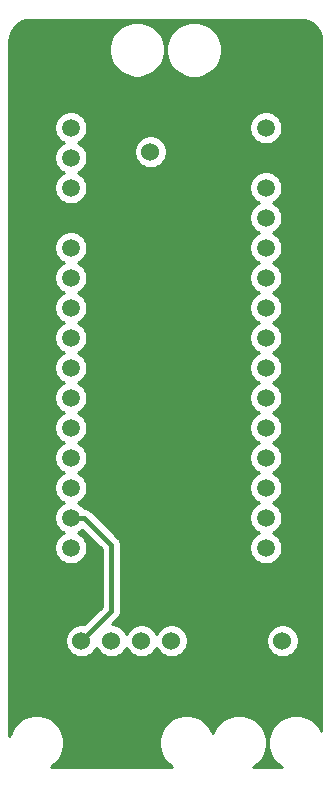
<source format=gbr>
G04 #@! TF.GenerationSoftware,KiCad,Pcbnew,(5.1.2)-1*
G04 #@! TF.CreationDate,2020-03-02T19:29:20-06:00*
G04 #@! TF.ProjectId,NanoBreakoutBoard_Rev1_2020,4e616e6f-4272-4656-916b-6f7574426f61,rev?*
G04 #@! TF.SameCoordinates,Original*
G04 #@! TF.FileFunction,Copper,L2,Bot*
G04 #@! TF.FilePolarity,Positive*
%FSLAX46Y46*%
G04 Gerber Fmt 4.6, Leading zero omitted, Abs format (unit mm)*
G04 Created by KiCad (PCBNEW (5.1.2)-1) date 2020-03-02 19:29:20*
%MOMM*%
%LPD*%
G04 APERTURE LIST*
%ADD10C,1.524000*%
%ADD11C,1.520000*%
%ADD12C,0.381000*%
%ADD13C,0.254000*%
G04 APERTURE END LIST*
D10*
X157480000Y-93218000D03*
X154940000Y-93218000D03*
X163576000Y-134620000D03*
X166116000Y-134620000D03*
D11*
X164719000Y-126746000D03*
X164719000Y-124206000D03*
X164719000Y-121666000D03*
X164719000Y-119126000D03*
X164719000Y-116586000D03*
X164719000Y-114046000D03*
X164719000Y-111506000D03*
X164719000Y-108966000D03*
X164719000Y-106426000D03*
X164719000Y-103886000D03*
X164719000Y-101346000D03*
X164719000Y-98806000D03*
X164719000Y-96266000D03*
X164719000Y-93726000D03*
X164719000Y-91186000D03*
X148209000Y-93726000D03*
X148209000Y-126746000D03*
X148209000Y-108966000D03*
X148209000Y-103886000D03*
X148209000Y-106426000D03*
X148209000Y-111506000D03*
X148209000Y-114046000D03*
X148209000Y-98806000D03*
X148209000Y-124206000D03*
X148209000Y-91186000D03*
X148209000Y-119126000D03*
X148209000Y-121666000D03*
X148209000Y-101346000D03*
X148209000Y-96266000D03*
X148209000Y-116586000D03*
D10*
X146558000Y-134620000D03*
X149098000Y-134620000D03*
X151638000Y-134620000D03*
X154178000Y-134620000D03*
X156718000Y-134620000D03*
D12*
X148209000Y-124206000D02*
X149352000Y-124206000D01*
X149352000Y-124206000D02*
X151638000Y-126492000D01*
X151638000Y-132080000D02*
X149098000Y-134620000D01*
X151638000Y-126492000D02*
X151638000Y-132080000D01*
D13*
G36*
X167984635Y-82079446D02*
G01*
X168316153Y-82179536D01*
X168621909Y-82342110D01*
X168890265Y-82560976D01*
X169110999Y-82827798D01*
X169275704Y-83132413D01*
X169378105Y-83463217D01*
X169418000Y-83842796D01*
X169418001Y-142300484D01*
X169352405Y-142142121D01*
X169094132Y-141755588D01*
X168765412Y-141426868D01*
X168378879Y-141168595D01*
X167949387Y-140990694D01*
X167493440Y-140900000D01*
X167028560Y-140900000D01*
X166572613Y-140990694D01*
X166143121Y-141168595D01*
X165756588Y-141426868D01*
X165427868Y-141755588D01*
X165169595Y-142142121D01*
X164991694Y-142571613D01*
X164901000Y-143027560D01*
X164901000Y-143492440D01*
X164991694Y-143948387D01*
X165169595Y-144377879D01*
X165427868Y-144764412D01*
X165756588Y-145093132D01*
X166048229Y-145288000D01*
X163639785Y-145288000D01*
X163937412Y-145089132D01*
X164266132Y-144760412D01*
X164524405Y-144373879D01*
X164702306Y-143944387D01*
X164793000Y-143488440D01*
X164793000Y-143023560D01*
X164702306Y-142567613D01*
X164524405Y-142138121D01*
X164266132Y-141751588D01*
X163937412Y-141422868D01*
X163550879Y-141164595D01*
X163121387Y-140986694D01*
X162665440Y-140896000D01*
X162200560Y-140896000D01*
X161744613Y-140986694D01*
X161315121Y-141164595D01*
X160928588Y-141422868D01*
X160599868Y-141751588D01*
X160341595Y-142138121D01*
X160210500Y-142454613D01*
X160079405Y-142138121D01*
X159821132Y-141751588D01*
X159492412Y-141422868D01*
X159105879Y-141164595D01*
X158676387Y-140986694D01*
X158220440Y-140896000D01*
X157755560Y-140896000D01*
X157299613Y-140986694D01*
X156870121Y-141164595D01*
X156483588Y-141422868D01*
X156154868Y-141751588D01*
X155896595Y-142138121D01*
X155718694Y-142567613D01*
X155628000Y-143023560D01*
X155628000Y-143488440D01*
X155718694Y-143944387D01*
X155896595Y-144373879D01*
X156154868Y-144760412D01*
X156483588Y-145089132D01*
X156781215Y-145288000D01*
X146494785Y-145288000D01*
X146792412Y-145089132D01*
X147121132Y-144760412D01*
X147379405Y-144373879D01*
X147557306Y-143944387D01*
X147648000Y-143488440D01*
X147648000Y-143023560D01*
X147557306Y-142567613D01*
X147379405Y-142138121D01*
X147121132Y-141751588D01*
X146792412Y-141422868D01*
X146405879Y-141164595D01*
X145976387Y-140986694D01*
X145520440Y-140896000D01*
X145055560Y-140896000D01*
X144599613Y-140986694D01*
X144170121Y-141164595D01*
X143783588Y-141422868D01*
X143454868Y-141751588D01*
X143196595Y-142138121D01*
X143018694Y-142567613D01*
X143002000Y-142651539D01*
X143002000Y-101208604D01*
X146814000Y-101208604D01*
X146814000Y-101483396D01*
X146867609Y-101752907D01*
X146972767Y-102006780D01*
X147125433Y-102235261D01*
X147319739Y-102429567D01*
X147548220Y-102582233D01*
X147629740Y-102616000D01*
X147548220Y-102649767D01*
X147319739Y-102802433D01*
X147125433Y-102996739D01*
X146972767Y-103225220D01*
X146867609Y-103479093D01*
X146814000Y-103748604D01*
X146814000Y-104023396D01*
X146867609Y-104292907D01*
X146972767Y-104546780D01*
X147125433Y-104775261D01*
X147319739Y-104969567D01*
X147548220Y-105122233D01*
X147629740Y-105156000D01*
X147548220Y-105189767D01*
X147319739Y-105342433D01*
X147125433Y-105536739D01*
X146972767Y-105765220D01*
X146867609Y-106019093D01*
X146814000Y-106288604D01*
X146814000Y-106563396D01*
X146867609Y-106832907D01*
X146972767Y-107086780D01*
X147125433Y-107315261D01*
X147319739Y-107509567D01*
X147548220Y-107662233D01*
X147629740Y-107696000D01*
X147548220Y-107729767D01*
X147319739Y-107882433D01*
X147125433Y-108076739D01*
X146972767Y-108305220D01*
X146867609Y-108559093D01*
X146814000Y-108828604D01*
X146814000Y-109103396D01*
X146867609Y-109372907D01*
X146972767Y-109626780D01*
X147125433Y-109855261D01*
X147319739Y-110049567D01*
X147548220Y-110202233D01*
X147629740Y-110236000D01*
X147548220Y-110269767D01*
X147319739Y-110422433D01*
X147125433Y-110616739D01*
X146972767Y-110845220D01*
X146867609Y-111099093D01*
X146814000Y-111368604D01*
X146814000Y-111643396D01*
X146867609Y-111912907D01*
X146972767Y-112166780D01*
X147125433Y-112395261D01*
X147319739Y-112589567D01*
X147548220Y-112742233D01*
X147629740Y-112776000D01*
X147548220Y-112809767D01*
X147319739Y-112962433D01*
X147125433Y-113156739D01*
X146972767Y-113385220D01*
X146867609Y-113639093D01*
X146814000Y-113908604D01*
X146814000Y-114183396D01*
X146867609Y-114452907D01*
X146972767Y-114706780D01*
X147125433Y-114935261D01*
X147319739Y-115129567D01*
X147548220Y-115282233D01*
X147629740Y-115316000D01*
X147548220Y-115349767D01*
X147319739Y-115502433D01*
X147125433Y-115696739D01*
X146972767Y-115925220D01*
X146867609Y-116179093D01*
X146814000Y-116448604D01*
X146814000Y-116723396D01*
X146867609Y-116992907D01*
X146972767Y-117246780D01*
X147125433Y-117475261D01*
X147319739Y-117669567D01*
X147548220Y-117822233D01*
X147629740Y-117856000D01*
X147548220Y-117889767D01*
X147319739Y-118042433D01*
X147125433Y-118236739D01*
X146972767Y-118465220D01*
X146867609Y-118719093D01*
X146814000Y-118988604D01*
X146814000Y-119263396D01*
X146867609Y-119532907D01*
X146972767Y-119786780D01*
X147125433Y-120015261D01*
X147319739Y-120209567D01*
X147548220Y-120362233D01*
X147629740Y-120396000D01*
X147548220Y-120429767D01*
X147319739Y-120582433D01*
X147125433Y-120776739D01*
X146972767Y-121005220D01*
X146867609Y-121259093D01*
X146814000Y-121528604D01*
X146814000Y-121803396D01*
X146867609Y-122072907D01*
X146972767Y-122326780D01*
X147125433Y-122555261D01*
X147319739Y-122749567D01*
X147548220Y-122902233D01*
X147629740Y-122936000D01*
X147548220Y-122969767D01*
X147319739Y-123122433D01*
X147125433Y-123316739D01*
X146972767Y-123545220D01*
X146867609Y-123799093D01*
X146814000Y-124068604D01*
X146814000Y-124343396D01*
X146867609Y-124612907D01*
X146972767Y-124866780D01*
X147125433Y-125095261D01*
X147319739Y-125289567D01*
X147548220Y-125442233D01*
X147629740Y-125476000D01*
X147548220Y-125509767D01*
X147319739Y-125662433D01*
X147125433Y-125856739D01*
X146972767Y-126085220D01*
X146867609Y-126339093D01*
X146814000Y-126608604D01*
X146814000Y-126883396D01*
X146867609Y-127152907D01*
X146972767Y-127406780D01*
X147125433Y-127635261D01*
X147319739Y-127829567D01*
X147548220Y-127982233D01*
X147802093Y-128087391D01*
X148071604Y-128141000D01*
X148346396Y-128141000D01*
X148615907Y-128087391D01*
X148869780Y-127982233D01*
X149098261Y-127829567D01*
X149292567Y-127635261D01*
X149445233Y-127406780D01*
X149550391Y-127152907D01*
X149604000Y-126883396D01*
X149604000Y-126608604D01*
X149550391Y-126339093D01*
X149445233Y-126085220D01*
X149292567Y-125856739D01*
X149098261Y-125662433D01*
X148869780Y-125509767D01*
X148788260Y-125476000D01*
X148869780Y-125442233D01*
X149098261Y-125289567D01*
X149183198Y-125204630D01*
X150812500Y-126833933D01*
X150812501Y-131738066D01*
X149312308Y-133238260D01*
X149235592Y-133223000D01*
X148960408Y-133223000D01*
X148690510Y-133276686D01*
X148436273Y-133381995D01*
X148207465Y-133534880D01*
X148012880Y-133729465D01*
X147859995Y-133958273D01*
X147754686Y-134212510D01*
X147701000Y-134482408D01*
X147701000Y-134757592D01*
X147754686Y-135027490D01*
X147859995Y-135281727D01*
X148012880Y-135510535D01*
X148207465Y-135705120D01*
X148436273Y-135858005D01*
X148690510Y-135963314D01*
X148960408Y-136017000D01*
X149235592Y-136017000D01*
X149505490Y-135963314D01*
X149759727Y-135858005D01*
X149988535Y-135705120D01*
X150183120Y-135510535D01*
X150336005Y-135281727D01*
X150368000Y-135204485D01*
X150399995Y-135281727D01*
X150552880Y-135510535D01*
X150747465Y-135705120D01*
X150976273Y-135858005D01*
X151230510Y-135963314D01*
X151500408Y-136017000D01*
X151775592Y-136017000D01*
X152045490Y-135963314D01*
X152299727Y-135858005D01*
X152528535Y-135705120D01*
X152723120Y-135510535D01*
X152876005Y-135281727D01*
X152908000Y-135204485D01*
X152939995Y-135281727D01*
X153092880Y-135510535D01*
X153287465Y-135705120D01*
X153516273Y-135858005D01*
X153770510Y-135963314D01*
X154040408Y-136017000D01*
X154315592Y-136017000D01*
X154585490Y-135963314D01*
X154839727Y-135858005D01*
X155068535Y-135705120D01*
X155263120Y-135510535D01*
X155416005Y-135281727D01*
X155448000Y-135204485D01*
X155479995Y-135281727D01*
X155632880Y-135510535D01*
X155827465Y-135705120D01*
X156056273Y-135858005D01*
X156310510Y-135963314D01*
X156580408Y-136017000D01*
X156855592Y-136017000D01*
X157125490Y-135963314D01*
X157379727Y-135858005D01*
X157608535Y-135705120D01*
X157803120Y-135510535D01*
X157956005Y-135281727D01*
X158061314Y-135027490D01*
X158115000Y-134757592D01*
X158115000Y-134482408D01*
X164719000Y-134482408D01*
X164719000Y-134757592D01*
X164772686Y-135027490D01*
X164877995Y-135281727D01*
X165030880Y-135510535D01*
X165225465Y-135705120D01*
X165454273Y-135858005D01*
X165708510Y-135963314D01*
X165978408Y-136017000D01*
X166253592Y-136017000D01*
X166523490Y-135963314D01*
X166777727Y-135858005D01*
X167006535Y-135705120D01*
X167201120Y-135510535D01*
X167354005Y-135281727D01*
X167459314Y-135027490D01*
X167513000Y-134757592D01*
X167513000Y-134482408D01*
X167459314Y-134212510D01*
X167354005Y-133958273D01*
X167201120Y-133729465D01*
X167006535Y-133534880D01*
X166777727Y-133381995D01*
X166523490Y-133276686D01*
X166253592Y-133223000D01*
X165978408Y-133223000D01*
X165708510Y-133276686D01*
X165454273Y-133381995D01*
X165225465Y-133534880D01*
X165030880Y-133729465D01*
X164877995Y-133958273D01*
X164772686Y-134212510D01*
X164719000Y-134482408D01*
X158115000Y-134482408D01*
X158061314Y-134212510D01*
X157956005Y-133958273D01*
X157803120Y-133729465D01*
X157608535Y-133534880D01*
X157379727Y-133381995D01*
X157125490Y-133276686D01*
X156855592Y-133223000D01*
X156580408Y-133223000D01*
X156310510Y-133276686D01*
X156056273Y-133381995D01*
X155827465Y-133534880D01*
X155632880Y-133729465D01*
X155479995Y-133958273D01*
X155448000Y-134035515D01*
X155416005Y-133958273D01*
X155263120Y-133729465D01*
X155068535Y-133534880D01*
X154839727Y-133381995D01*
X154585490Y-133276686D01*
X154315592Y-133223000D01*
X154040408Y-133223000D01*
X153770510Y-133276686D01*
X153516273Y-133381995D01*
X153287465Y-133534880D01*
X153092880Y-133729465D01*
X152939995Y-133958273D01*
X152908000Y-134035515D01*
X152876005Y-133958273D01*
X152723120Y-133729465D01*
X152528535Y-133534880D01*
X152299727Y-133381995D01*
X152045490Y-133276686D01*
X151775592Y-133223000D01*
X151662433Y-133223000D01*
X152193039Y-132692394D01*
X152224541Y-132666541D01*
X152281639Y-132596967D01*
X152327698Y-132540844D01*
X152332648Y-132531583D01*
X152404353Y-132397434D01*
X152451556Y-132241826D01*
X152463500Y-132120553D01*
X152463500Y-132120544D01*
X152467493Y-132080001D01*
X152463500Y-132039458D01*
X152463500Y-126532550D01*
X152467494Y-126491999D01*
X152452434Y-126339093D01*
X152451556Y-126330174D01*
X152404353Y-126174566D01*
X152327700Y-126031159D01*
X152327699Y-126031157D01*
X152250391Y-125936958D01*
X152224541Y-125905459D01*
X152193041Y-125879608D01*
X149964398Y-123650966D01*
X149938541Y-123619459D01*
X149812842Y-123516301D01*
X149669434Y-123439647D01*
X149513826Y-123392444D01*
X149392553Y-123380500D01*
X149392550Y-123380500D01*
X149352000Y-123376506D01*
X149333706Y-123378308D01*
X149292567Y-123316739D01*
X149098261Y-123122433D01*
X148869780Y-122969767D01*
X148788260Y-122936000D01*
X148869780Y-122902233D01*
X149098261Y-122749567D01*
X149292567Y-122555261D01*
X149445233Y-122326780D01*
X149550391Y-122072907D01*
X149604000Y-121803396D01*
X149604000Y-121528604D01*
X149550391Y-121259093D01*
X149445233Y-121005220D01*
X149292567Y-120776739D01*
X149098261Y-120582433D01*
X148869780Y-120429767D01*
X148788260Y-120396000D01*
X148869780Y-120362233D01*
X149098261Y-120209567D01*
X149292567Y-120015261D01*
X149445233Y-119786780D01*
X149550391Y-119532907D01*
X149604000Y-119263396D01*
X149604000Y-118988604D01*
X149550391Y-118719093D01*
X149445233Y-118465220D01*
X149292567Y-118236739D01*
X149098261Y-118042433D01*
X148869780Y-117889767D01*
X148788260Y-117856000D01*
X148869780Y-117822233D01*
X149098261Y-117669567D01*
X149292567Y-117475261D01*
X149445233Y-117246780D01*
X149550391Y-116992907D01*
X149604000Y-116723396D01*
X149604000Y-116448604D01*
X149550391Y-116179093D01*
X149445233Y-115925220D01*
X149292567Y-115696739D01*
X149098261Y-115502433D01*
X148869780Y-115349767D01*
X148788260Y-115316000D01*
X148869780Y-115282233D01*
X149098261Y-115129567D01*
X149292567Y-114935261D01*
X149445233Y-114706780D01*
X149550391Y-114452907D01*
X149604000Y-114183396D01*
X149604000Y-113908604D01*
X149550391Y-113639093D01*
X149445233Y-113385220D01*
X149292567Y-113156739D01*
X149098261Y-112962433D01*
X148869780Y-112809767D01*
X148788260Y-112776000D01*
X148869780Y-112742233D01*
X149098261Y-112589567D01*
X149292567Y-112395261D01*
X149445233Y-112166780D01*
X149550391Y-111912907D01*
X149604000Y-111643396D01*
X149604000Y-111368604D01*
X149550391Y-111099093D01*
X149445233Y-110845220D01*
X149292567Y-110616739D01*
X149098261Y-110422433D01*
X148869780Y-110269767D01*
X148788260Y-110236000D01*
X148869780Y-110202233D01*
X149098261Y-110049567D01*
X149292567Y-109855261D01*
X149445233Y-109626780D01*
X149550391Y-109372907D01*
X149604000Y-109103396D01*
X149604000Y-108828604D01*
X149550391Y-108559093D01*
X149445233Y-108305220D01*
X149292567Y-108076739D01*
X149098261Y-107882433D01*
X148869780Y-107729767D01*
X148788260Y-107696000D01*
X148869780Y-107662233D01*
X149098261Y-107509567D01*
X149292567Y-107315261D01*
X149445233Y-107086780D01*
X149550391Y-106832907D01*
X149604000Y-106563396D01*
X149604000Y-106288604D01*
X149550391Y-106019093D01*
X149445233Y-105765220D01*
X149292567Y-105536739D01*
X149098261Y-105342433D01*
X148869780Y-105189767D01*
X148788260Y-105156000D01*
X148869780Y-105122233D01*
X149098261Y-104969567D01*
X149292567Y-104775261D01*
X149445233Y-104546780D01*
X149550391Y-104292907D01*
X149604000Y-104023396D01*
X149604000Y-103748604D01*
X149550391Y-103479093D01*
X149445233Y-103225220D01*
X149292567Y-102996739D01*
X149098261Y-102802433D01*
X148869780Y-102649767D01*
X148788260Y-102616000D01*
X148869780Y-102582233D01*
X149098261Y-102429567D01*
X149292567Y-102235261D01*
X149445233Y-102006780D01*
X149550391Y-101752907D01*
X149604000Y-101483396D01*
X149604000Y-101208604D01*
X149550391Y-100939093D01*
X149445233Y-100685220D01*
X149292567Y-100456739D01*
X149098261Y-100262433D01*
X148869780Y-100109767D01*
X148615907Y-100004609D01*
X148346396Y-99951000D01*
X148071604Y-99951000D01*
X147802093Y-100004609D01*
X147548220Y-100109767D01*
X147319739Y-100262433D01*
X147125433Y-100456739D01*
X146972767Y-100685220D01*
X146867609Y-100939093D01*
X146814000Y-101208604D01*
X143002000Y-101208604D01*
X143002000Y-91048604D01*
X146814000Y-91048604D01*
X146814000Y-91323396D01*
X146867609Y-91592907D01*
X146972767Y-91846780D01*
X147125433Y-92075261D01*
X147319739Y-92269567D01*
X147548220Y-92422233D01*
X147629740Y-92456000D01*
X147548220Y-92489767D01*
X147319739Y-92642433D01*
X147125433Y-92836739D01*
X146972767Y-93065220D01*
X146867609Y-93319093D01*
X146814000Y-93588604D01*
X146814000Y-93863396D01*
X146867609Y-94132907D01*
X146972767Y-94386780D01*
X147125433Y-94615261D01*
X147319739Y-94809567D01*
X147548220Y-94962233D01*
X147629740Y-94996000D01*
X147548220Y-95029767D01*
X147319739Y-95182433D01*
X147125433Y-95376739D01*
X146972767Y-95605220D01*
X146867609Y-95859093D01*
X146814000Y-96128604D01*
X146814000Y-96403396D01*
X146867609Y-96672907D01*
X146972767Y-96926780D01*
X147125433Y-97155261D01*
X147319739Y-97349567D01*
X147548220Y-97502233D01*
X147802093Y-97607391D01*
X148071604Y-97661000D01*
X148346396Y-97661000D01*
X148615907Y-97607391D01*
X148869780Y-97502233D01*
X149098261Y-97349567D01*
X149292567Y-97155261D01*
X149445233Y-96926780D01*
X149550391Y-96672907D01*
X149604000Y-96403396D01*
X149604000Y-96128604D01*
X163324000Y-96128604D01*
X163324000Y-96403396D01*
X163377609Y-96672907D01*
X163482767Y-96926780D01*
X163635433Y-97155261D01*
X163829739Y-97349567D01*
X164058220Y-97502233D01*
X164139740Y-97536000D01*
X164058220Y-97569767D01*
X163829739Y-97722433D01*
X163635433Y-97916739D01*
X163482767Y-98145220D01*
X163377609Y-98399093D01*
X163324000Y-98668604D01*
X163324000Y-98943396D01*
X163377609Y-99212907D01*
X163482767Y-99466780D01*
X163635433Y-99695261D01*
X163829739Y-99889567D01*
X164058220Y-100042233D01*
X164139740Y-100076000D01*
X164058220Y-100109767D01*
X163829739Y-100262433D01*
X163635433Y-100456739D01*
X163482767Y-100685220D01*
X163377609Y-100939093D01*
X163324000Y-101208604D01*
X163324000Y-101483396D01*
X163377609Y-101752907D01*
X163482767Y-102006780D01*
X163635433Y-102235261D01*
X163829739Y-102429567D01*
X164058220Y-102582233D01*
X164139740Y-102616000D01*
X164058220Y-102649767D01*
X163829739Y-102802433D01*
X163635433Y-102996739D01*
X163482767Y-103225220D01*
X163377609Y-103479093D01*
X163324000Y-103748604D01*
X163324000Y-104023396D01*
X163377609Y-104292907D01*
X163482767Y-104546780D01*
X163635433Y-104775261D01*
X163829739Y-104969567D01*
X164058220Y-105122233D01*
X164139740Y-105156000D01*
X164058220Y-105189767D01*
X163829739Y-105342433D01*
X163635433Y-105536739D01*
X163482767Y-105765220D01*
X163377609Y-106019093D01*
X163324000Y-106288604D01*
X163324000Y-106563396D01*
X163377609Y-106832907D01*
X163482767Y-107086780D01*
X163635433Y-107315261D01*
X163829739Y-107509567D01*
X164058220Y-107662233D01*
X164139740Y-107696000D01*
X164058220Y-107729767D01*
X163829739Y-107882433D01*
X163635433Y-108076739D01*
X163482767Y-108305220D01*
X163377609Y-108559093D01*
X163324000Y-108828604D01*
X163324000Y-109103396D01*
X163377609Y-109372907D01*
X163482767Y-109626780D01*
X163635433Y-109855261D01*
X163829739Y-110049567D01*
X164058220Y-110202233D01*
X164139740Y-110236000D01*
X164058220Y-110269767D01*
X163829739Y-110422433D01*
X163635433Y-110616739D01*
X163482767Y-110845220D01*
X163377609Y-111099093D01*
X163324000Y-111368604D01*
X163324000Y-111643396D01*
X163377609Y-111912907D01*
X163482767Y-112166780D01*
X163635433Y-112395261D01*
X163829739Y-112589567D01*
X164058220Y-112742233D01*
X164139740Y-112776000D01*
X164058220Y-112809767D01*
X163829739Y-112962433D01*
X163635433Y-113156739D01*
X163482767Y-113385220D01*
X163377609Y-113639093D01*
X163324000Y-113908604D01*
X163324000Y-114183396D01*
X163377609Y-114452907D01*
X163482767Y-114706780D01*
X163635433Y-114935261D01*
X163829739Y-115129567D01*
X164058220Y-115282233D01*
X164139740Y-115316000D01*
X164058220Y-115349767D01*
X163829739Y-115502433D01*
X163635433Y-115696739D01*
X163482767Y-115925220D01*
X163377609Y-116179093D01*
X163324000Y-116448604D01*
X163324000Y-116723396D01*
X163377609Y-116992907D01*
X163482767Y-117246780D01*
X163635433Y-117475261D01*
X163829739Y-117669567D01*
X164058220Y-117822233D01*
X164139740Y-117856000D01*
X164058220Y-117889767D01*
X163829739Y-118042433D01*
X163635433Y-118236739D01*
X163482767Y-118465220D01*
X163377609Y-118719093D01*
X163324000Y-118988604D01*
X163324000Y-119263396D01*
X163377609Y-119532907D01*
X163482767Y-119786780D01*
X163635433Y-120015261D01*
X163829739Y-120209567D01*
X164058220Y-120362233D01*
X164139740Y-120396000D01*
X164058220Y-120429767D01*
X163829739Y-120582433D01*
X163635433Y-120776739D01*
X163482767Y-121005220D01*
X163377609Y-121259093D01*
X163324000Y-121528604D01*
X163324000Y-121803396D01*
X163377609Y-122072907D01*
X163482767Y-122326780D01*
X163635433Y-122555261D01*
X163829739Y-122749567D01*
X164058220Y-122902233D01*
X164139740Y-122936000D01*
X164058220Y-122969767D01*
X163829739Y-123122433D01*
X163635433Y-123316739D01*
X163482767Y-123545220D01*
X163377609Y-123799093D01*
X163324000Y-124068604D01*
X163324000Y-124343396D01*
X163377609Y-124612907D01*
X163482767Y-124866780D01*
X163635433Y-125095261D01*
X163829739Y-125289567D01*
X164058220Y-125442233D01*
X164139740Y-125476000D01*
X164058220Y-125509767D01*
X163829739Y-125662433D01*
X163635433Y-125856739D01*
X163482767Y-126085220D01*
X163377609Y-126339093D01*
X163324000Y-126608604D01*
X163324000Y-126883396D01*
X163377609Y-127152907D01*
X163482767Y-127406780D01*
X163635433Y-127635261D01*
X163829739Y-127829567D01*
X164058220Y-127982233D01*
X164312093Y-128087391D01*
X164581604Y-128141000D01*
X164856396Y-128141000D01*
X165125907Y-128087391D01*
X165379780Y-127982233D01*
X165608261Y-127829567D01*
X165802567Y-127635261D01*
X165955233Y-127406780D01*
X166060391Y-127152907D01*
X166114000Y-126883396D01*
X166114000Y-126608604D01*
X166060391Y-126339093D01*
X165955233Y-126085220D01*
X165802567Y-125856739D01*
X165608261Y-125662433D01*
X165379780Y-125509767D01*
X165298260Y-125476000D01*
X165379780Y-125442233D01*
X165608261Y-125289567D01*
X165802567Y-125095261D01*
X165955233Y-124866780D01*
X166060391Y-124612907D01*
X166114000Y-124343396D01*
X166114000Y-124068604D01*
X166060391Y-123799093D01*
X165955233Y-123545220D01*
X165802567Y-123316739D01*
X165608261Y-123122433D01*
X165379780Y-122969767D01*
X165298260Y-122936000D01*
X165379780Y-122902233D01*
X165608261Y-122749567D01*
X165802567Y-122555261D01*
X165955233Y-122326780D01*
X166060391Y-122072907D01*
X166114000Y-121803396D01*
X166114000Y-121528604D01*
X166060391Y-121259093D01*
X165955233Y-121005220D01*
X165802567Y-120776739D01*
X165608261Y-120582433D01*
X165379780Y-120429767D01*
X165298260Y-120396000D01*
X165379780Y-120362233D01*
X165608261Y-120209567D01*
X165802567Y-120015261D01*
X165955233Y-119786780D01*
X166060391Y-119532907D01*
X166114000Y-119263396D01*
X166114000Y-118988604D01*
X166060391Y-118719093D01*
X165955233Y-118465220D01*
X165802567Y-118236739D01*
X165608261Y-118042433D01*
X165379780Y-117889767D01*
X165298260Y-117856000D01*
X165379780Y-117822233D01*
X165608261Y-117669567D01*
X165802567Y-117475261D01*
X165955233Y-117246780D01*
X166060391Y-116992907D01*
X166114000Y-116723396D01*
X166114000Y-116448604D01*
X166060391Y-116179093D01*
X165955233Y-115925220D01*
X165802567Y-115696739D01*
X165608261Y-115502433D01*
X165379780Y-115349767D01*
X165298260Y-115316000D01*
X165379780Y-115282233D01*
X165608261Y-115129567D01*
X165802567Y-114935261D01*
X165955233Y-114706780D01*
X166060391Y-114452907D01*
X166114000Y-114183396D01*
X166114000Y-113908604D01*
X166060391Y-113639093D01*
X165955233Y-113385220D01*
X165802567Y-113156739D01*
X165608261Y-112962433D01*
X165379780Y-112809767D01*
X165298260Y-112776000D01*
X165379780Y-112742233D01*
X165608261Y-112589567D01*
X165802567Y-112395261D01*
X165955233Y-112166780D01*
X166060391Y-111912907D01*
X166114000Y-111643396D01*
X166114000Y-111368604D01*
X166060391Y-111099093D01*
X165955233Y-110845220D01*
X165802567Y-110616739D01*
X165608261Y-110422433D01*
X165379780Y-110269767D01*
X165298260Y-110236000D01*
X165379780Y-110202233D01*
X165608261Y-110049567D01*
X165802567Y-109855261D01*
X165955233Y-109626780D01*
X166060391Y-109372907D01*
X166114000Y-109103396D01*
X166114000Y-108828604D01*
X166060391Y-108559093D01*
X165955233Y-108305220D01*
X165802567Y-108076739D01*
X165608261Y-107882433D01*
X165379780Y-107729767D01*
X165298260Y-107696000D01*
X165379780Y-107662233D01*
X165608261Y-107509567D01*
X165802567Y-107315261D01*
X165955233Y-107086780D01*
X166060391Y-106832907D01*
X166114000Y-106563396D01*
X166114000Y-106288604D01*
X166060391Y-106019093D01*
X165955233Y-105765220D01*
X165802567Y-105536739D01*
X165608261Y-105342433D01*
X165379780Y-105189767D01*
X165298260Y-105156000D01*
X165379780Y-105122233D01*
X165608261Y-104969567D01*
X165802567Y-104775261D01*
X165955233Y-104546780D01*
X166060391Y-104292907D01*
X166114000Y-104023396D01*
X166114000Y-103748604D01*
X166060391Y-103479093D01*
X165955233Y-103225220D01*
X165802567Y-102996739D01*
X165608261Y-102802433D01*
X165379780Y-102649767D01*
X165298260Y-102616000D01*
X165379780Y-102582233D01*
X165608261Y-102429567D01*
X165802567Y-102235261D01*
X165955233Y-102006780D01*
X166060391Y-101752907D01*
X166114000Y-101483396D01*
X166114000Y-101208604D01*
X166060391Y-100939093D01*
X165955233Y-100685220D01*
X165802567Y-100456739D01*
X165608261Y-100262433D01*
X165379780Y-100109767D01*
X165298260Y-100076000D01*
X165379780Y-100042233D01*
X165608261Y-99889567D01*
X165802567Y-99695261D01*
X165955233Y-99466780D01*
X166060391Y-99212907D01*
X166114000Y-98943396D01*
X166114000Y-98668604D01*
X166060391Y-98399093D01*
X165955233Y-98145220D01*
X165802567Y-97916739D01*
X165608261Y-97722433D01*
X165379780Y-97569767D01*
X165298260Y-97536000D01*
X165379780Y-97502233D01*
X165608261Y-97349567D01*
X165802567Y-97155261D01*
X165955233Y-96926780D01*
X166060391Y-96672907D01*
X166114000Y-96403396D01*
X166114000Y-96128604D01*
X166060391Y-95859093D01*
X165955233Y-95605220D01*
X165802567Y-95376739D01*
X165608261Y-95182433D01*
X165379780Y-95029767D01*
X165125907Y-94924609D01*
X164856396Y-94871000D01*
X164581604Y-94871000D01*
X164312093Y-94924609D01*
X164058220Y-95029767D01*
X163829739Y-95182433D01*
X163635433Y-95376739D01*
X163482767Y-95605220D01*
X163377609Y-95859093D01*
X163324000Y-96128604D01*
X149604000Y-96128604D01*
X149550391Y-95859093D01*
X149445233Y-95605220D01*
X149292567Y-95376739D01*
X149098261Y-95182433D01*
X148869780Y-95029767D01*
X148788260Y-94996000D01*
X148869780Y-94962233D01*
X149098261Y-94809567D01*
X149292567Y-94615261D01*
X149445233Y-94386780D01*
X149550391Y-94132907D01*
X149604000Y-93863396D01*
X149604000Y-93588604D01*
X149550391Y-93319093D01*
X149451525Y-93080408D01*
X153543000Y-93080408D01*
X153543000Y-93355592D01*
X153596686Y-93625490D01*
X153701995Y-93879727D01*
X153854880Y-94108535D01*
X154049465Y-94303120D01*
X154278273Y-94456005D01*
X154532510Y-94561314D01*
X154802408Y-94615000D01*
X155077592Y-94615000D01*
X155347490Y-94561314D01*
X155601727Y-94456005D01*
X155830535Y-94303120D01*
X156025120Y-94108535D01*
X156178005Y-93879727D01*
X156283314Y-93625490D01*
X156337000Y-93355592D01*
X156337000Y-93080408D01*
X156283314Y-92810510D01*
X156178005Y-92556273D01*
X156025120Y-92327465D01*
X155830535Y-92132880D01*
X155601727Y-91979995D01*
X155347490Y-91874686D01*
X155077592Y-91821000D01*
X154802408Y-91821000D01*
X154532510Y-91874686D01*
X154278273Y-91979995D01*
X154049465Y-92132880D01*
X153854880Y-92327465D01*
X153701995Y-92556273D01*
X153596686Y-92810510D01*
X153543000Y-93080408D01*
X149451525Y-93080408D01*
X149445233Y-93065220D01*
X149292567Y-92836739D01*
X149098261Y-92642433D01*
X148869780Y-92489767D01*
X148788260Y-92456000D01*
X148869780Y-92422233D01*
X149098261Y-92269567D01*
X149292567Y-92075261D01*
X149445233Y-91846780D01*
X149550391Y-91592907D01*
X149604000Y-91323396D01*
X149604000Y-91048604D01*
X163324000Y-91048604D01*
X163324000Y-91323396D01*
X163377609Y-91592907D01*
X163482767Y-91846780D01*
X163635433Y-92075261D01*
X163829739Y-92269567D01*
X164058220Y-92422233D01*
X164312093Y-92527391D01*
X164581604Y-92581000D01*
X164856396Y-92581000D01*
X165125907Y-92527391D01*
X165379780Y-92422233D01*
X165608261Y-92269567D01*
X165802567Y-92075261D01*
X165955233Y-91846780D01*
X166060391Y-91592907D01*
X166114000Y-91323396D01*
X166114000Y-91048604D01*
X166060391Y-90779093D01*
X165955233Y-90525220D01*
X165802567Y-90296739D01*
X165608261Y-90102433D01*
X165379780Y-89949767D01*
X165125907Y-89844609D01*
X164856396Y-89791000D01*
X164581604Y-89791000D01*
X164312093Y-89844609D01*
X164058220Y-89949767D01*
X163829739Y-90102433D01*
X163635433Y-90296739D01*
X163482767Y-90525220D01*
X163377609Y-90779093D01*
X163324000Y-91048604D01*
X149604000Y-91048604D01*
X149550391Y-90779093D01*
X149445233Y-90525220D01*
X149292567Y-90296739D01*
X149098261Y-90102433D01*
X148869780Y-89949767D01*
X148615907Y-89844609D01*
X148346396Y-89791000D01*
X148071604Y-89791000D01*
X147802093Y-89844609D01*
X147548220Y-89949767D01*
X147319739Y-90102433D01*
X147125433Y-90296739D01*
X146972767Y-90525220D01*
X146867609Y-90779093D01*
X146814000Y-91048604D01*
X143002000Y-91048604D01*
X143002000Y-84345560D01*
X151435000Y-84345560D01*
X151435000Y-84810440D01*
X151525694Y-85266387D01*
X151703595Y-85695879D01*
X151961868Y-86082412D01*
X152290588Y-86411132D01*
X152677121Y-86669405D01*
X153106613Y-86847306D01*
X153562560Y-86938000D01*
X154027440Y-86938000D01*
X154483387Y-86847306D01*
X154912879Y-86669405D01*
X155299412Y-86411132D01*
X155628132Y-86082412D01*
X155886405Y-85695879D01*
X156064306Y-85266387D01*
X156155000Y-84810440D01*
X156155000Y-84349560D01*
X156263000Y-84349560D01*
X156263000Y-84814440D01*
X156353694Y-85270387D01*
X156531595Y-85699879D01*
X156789868Y-86086412D01*
X157118588Y-86415132D01*
X157505121Y-86673405D01*
X157934613Y-86851306D01*
X158390560Y-86942000D01*
X158855440Y-86942000D01*
X159311387Y-86851306D01*
X159740879Y-86673405D01*
X160127412Y-86415132D01*
X160456132Y-86086412D01*
X160714405Y-85699879D01*
X160892306Y-85270387D01*
X160983000Y-84814440D01*
X160983000Y-84349560D01*
X160892306Y-83893613D01*
X160714405Y-83464121D01*
X160456132Y-83077588D01*
X160127412Y-82748868D01*
X159740879Y-82490595D01*
X159311387Y-82312694D01*
X158855440Y-82222000D01*
X158390560Y-82222000D01*
X157934613Y-82312694D01*
X157505121Y-82490595D01*
X157118588Y-82748868D01*
X156789868Y-83077588D01*
X156531595Y-83464121D01*
X156353694Y-83893613D01*
X156263000Y-84349560D01*
X156155000Y-84349560D01*
X156155000Y-84345560D01*
X156064306Y-83889613D01*
X155886405Y-83460121D01*
X155628132Y-83073588D01*
X155299412Y-82744868D01*
X154912879Y-82486595D01*
X154483387Y-82308694D01*
X154027440Y-82218000D01*
X153562560Y-82218000D01*
X153106613Y-82308694D01*
X152677121Y-82486595D01*
X152290588Y-82744868D01*
X151961868Y-83073588D01*
X151703595Y-83460121D01*
X151525694Y-83889613D01*
X151435000Y-84345560D01*
X143002000Y-84345560D01*
X143002000Y-83857265D01*
X143039446Y-83475365D01*
X143139536Y-83143847D01*
X143302110Y-82838091D01*
X143520976Y-82569735D01*
X143787798Y-82349001D01*
X144092413Y-82184296D01*
X144423217Y-82081895D01*
X144802796Y-82042000D01*
X167602735Y-82042000D01*
X167984635Y-82079446D01*
X167984635Y-82079446D01*
G37*
X167984635Y-82079446D02*
X168316153Y-82179536D01*
X168621909Y-82342110D01*
X168890265Y-82560976D01*
X169110999Y-82827798D01*
X169275704Y-83132413D01*
X169378105Y-83463217D01*
X169418000Y-83842796D01*
X169418001Y-142300484D01*
X169352405Y-142142121D01*
X169094132Y-141755588D01*
X168765412Y-141426868D01*
X168378879Y-141168595D01*
X167949387Y-140990694D01*
X167493440Y-140900000D01*
X167028560Y-140900000D01*
X166572613Y-140990694D01*
X166143121Y-141168595D01*
X165756588Y-141426868D01*
X165427868Y-141755588D01*
X165169595Y-142142121D01*
X164991694Y-142571613D01*
X164901000Y-143027560D01*
X164901000Y-143492440D01*
X164991694Y-143948387D01*
X165169595Y-144377879D01*
X165427868Y-144764412D01*
X165756588Y-145093132D01*
X166048229Y-145288000D01*
X163639785Y-145288000D01*
X163937412Y-145089132D01*
X164266132Y-144760412D01*
X164524405Y-144373879D01*
X164702306Y-143944387D01*
X164793000Y-143488440D01*
X164793000Y-143023560D01*
X164702306Y-142567613D01*
X164524405Y-142138121D01*
X164266132Y-141751588D01*
X163937412Y-141422868D01*
X163550879Y-141164595D01*
X163121387Y-140986694D01*
X162665440Y-140896000D01*
X162200560Y-140896000D01*
X161744613Y-140986694D01*
X161315121Y-141164595D01*
X160928588Y-141422868D01*
X160599868Y-141751588D01*
X160341595Y-142138121D01*
X160210500Y-142454613D01*
X160079405Y-142138121D01*
X159821132Y-141751588D01*
X159492412Y-141422868D01*
X159105879Y-141164595D01*
X158676387Y-140986694D01*
X158220440Y-140896000D01*
X157755560Y-140896000D01*
X157299613Y-140986694D01*
X156870121Y-141164595D01*
X156483588Y-141422868D01*
X156154868Y-141751588D01*
X155896595Y-142138121D01*
X155718694Y-142567613D01*
X155628000Y-143023560D01*
X155628000Y-143488440D01*
X155718694Y-143944387D01*
X155896595Y-144373879D01*
X156154868Y-144760412D01*
X156483588Y-145089132D01*
X156781215Y-145288000D01*
X146494785Y-145288000D01*
X146792412Y-145089132D01*
X147121132Y-144760412D01*
X147379405Y-144373879D01*
X147557306Y-143944387D01*
X147648000Y-143488440D01*
X147648000Y-143023560D01*
X147557306Y-142567613D01*
X147379405Y-142138121D01*
X147121132Y-141751588D01*
X146792412Y-141422868D01*
X146405879Y-141164595D01*
X145976387Y-140986694D01*
X145520440Y-140896000D01*
X145055560Y-140896000D01*
X144599613Y-140986694D01*
X144170121Y-141164595D01*
X143783588Y-141422868D01*
X143454868Y-141751588D01*
X143196595Y-142138121D01*
X143018694Y-142567613D01*
X143002000Y-142651539D01*
X143002000Y-101208604D01*
X146814000Y-101208604D01*
X146814000Y-101483396D01*
X146867609Y-101752907D01*
X146972767Y-102006780D01*
X147125433Y-102235261D01*
X147319739Y-102429567D01*
X147548220Y-102582233D01*
X147629740Y-102616000D01*
X147548220Y-102649767D01*
X147319739Y-102802433D01*
X147125433Y-102996739D01*
X146972767Y-103225220D01*
X146867609Y-103479093D01*
X146814000Y-103748604D01*
X146814000Y-104023396D01*
X146867609Y-104292907D01*
X146972767Y-104546780D01*
X147125433Y-104775261D01*
X147319739Y-104969567D01*
X147548220Y-105122233D01*
X147629740Y-105156000D01*
X147548220Y-105189767D01*
X147319739Y-105342433D01*
X147125433Y-105536739D01*
X146972767Y-105765220D01*
X146867609Y-106019093D01*
X146814000Y-106288604D01*
X146814000Y-106563396D01*
X146867609Y-106832907D01*
X146972767Y-107086780D01*
X147125433Y-107315261D01*
X147319739Y-107509567D01*
X147548220Y-107662233D01*
X147629740Y-107696000D01*
X147548220Y-107729767D01*
X147319739Y-107882433D01*
X147125433Y-108076739D01*
X146972767Y-108305220D01*
X146867609Y-108559093D01*
X146814000Y-108828604D01*
X146814000Y-109103396D01*
X146867609Y-109372907D01*
X146972767Y-109626780D01*
X147125433Y-109855261D01*
X147319739Y-110049567D01*
X147548220Y-110202233D01*
X147629740Y-110236000D01*
X147548220Y-110269767D01*
X147319739Y-110422433D01*
X147125433Y-110616739D01*
X146972767Y-110845220D01*
X146867609Y-111099093D01*
X146814000Y-111368604D01*
X146814000Y-111643396D01*
X146867609Y-111912907D01*
X146972767Y-112166780D01*
X147125433Y-112395261D01*
X147319739Y-112589567D01*
X147548220Y-112742233D01*
X147629740Y-112776000D01*
X147548220Y-112809767D01*
X147319739Y-112962433D01*
X147125433Y-113156739D01*
X146972767Y-113385220D01*
X146867609Y-113639093D01*
X146814000Y-113908604D01*
X146814000Y-114183396D01*
X146867609Y-114452907D01*
X146972767Y-114706780D01*
X147125433Y-114935261D01*
X147319739Y-115129567D01*
X147548220Y-115282233D01*
X147629740Y-115316000D01*
X147548220Y-115349767D01*
X147319739Y-115502433D01*
X147125433Y-115696739D01*
X146972767Y-115925220D01*
X146867609Y-116179093D01*
X146814000Y-116448604D01*
X146814000Y-116723396D01*
X146867609Y-116992907D01*
X146972767Y-117246780D01*
X147125433Y-117475261D01*
X147319739Y-117669567D01*
X147548220Y-117822233D01*
X147629740Y-117856000D01*
X147548220Y-117889767D01*
X147319739Y-118042433D01*
X147125433Y-118236739D01*
X146972767Y-118465220D01*
X146867609Y-118719093D01*
X146814000Y-118988604D01*
X146814000Y-119263396D01*
X146867609Y-119532907D01*
X146972767Y-119786780D01*
X147125433Y-120015261D01*
X147319739Y-120209567D01*
X147548220Y-120362233D01*
X147629740Y-120396000D01*
X147548220Y-120429767D01*
X147319739Y-120582433D01*
X147125433Y-120776739D01*
X146972767Y-121005220D01*
X146867609Y-121259093D01*
X146814000Y-121528604D01*
X146814000Y-121803396D01*
X146867609Y-122072907D01*
X146972767Y-122326780D01*
X147125433Y-122555261D01*
X147319739Y-122749567D01*
X147548220Y-122902233D01*
X147629740Y-122936000D01*
X147548220Y-122969767D01*
X147319739Y-123122433D01*
X147125433Y-123316739D01*
X146972767Y-123545220D01*
X146867609Y-123799093D01*
X146814000Y-124068604D01*
X146814000Y-124343396D01*
X146867609Y-124612907D01*
X146972767Y-124866780D01*
X147125433Y-125095261D01*
X147319739Y-125289567D01*
X147548220Y-125442233D01*
X147629740Y-125476000D01*
X147548220Y-125509767D01*
X147319739Y-125662433D01*
X147125433Y-125856739D01*
X146972767Y-126085220D01*
X146867609Y-126339093D01*
X146814000Y-126608604D01*
X146814000Y-126883396D01*
X146867609Y-127152907D01*
X146972767Y-127406780D01*
X147125433Y-127635261D01*
X147319739Y-127829567D01*
X147548220Y-127982233D01*
X147802093Y-128087391D01*
X148071604Y-128141000D01*
X148346396Y-128141000D01*
X148615907Y-128087391D01*
X148869780Y-127982233D01*
X149098261Y-127829567D01*
X149292567Y-127635261D01*
X149445233Y-127406780D01*
X149550391Y-127152907D01*
X149604000Y-126883396D01*
X149604000Y-126608604D01*
X149550391Y-126339093D01*
X149445233Y-126085220D01*
X149292567Y-125856739D01*
X149098261Y-125662433D01*
X148869780Y-125509767D01*
X148788260Y-125476000D01*
X148869780Y-125442233D01*
X149098261Y-125289567D01*
X149183198Y-125204630D01*
X150812500Y-126833933D01*
X150812501Y-131738066D01*
X149312308Y-133238260D01*
X149235592Y-133223000D01*
X148960408Y-133223000D01*
X148690510Y-133276686D01*
X148436273Y-133381995D01*
X148207465Y-133534880D01*
X148012880Y-133729465D01*
X147859995Y-133958273D01*
X147754686Y-134212510D01*
X147701000Y-134482408D01*
X147701000Y-134757592D01*
X147754686Y-135027490D01*
X147859995Y-135281727D01*
X148012880Y-135510535D01*
X148207465Y-135705120D01*
X148436273Y-135858005D01*
X148690510Y-135963314D01*
X148960408Y-136017000D01*
X149235592Y-136017000D01*
X149505490Y-135963314D01*
X149759727Y-135858005D01*
X149988535Y-135705120D01*
X150183120Y-135510535D01*
X150336005Y-135281727D01*
X150368000Y-135204485D01*
X150399995Y-135281727D01*
X150552880Y-135510535D01*
X150747465Y-135705120D01*
X150976273Y-135858005D01*
X151230510Y-135963314D01*
X151500408Y-136017000D01*
X151775592Y-136017000D01*
X152045490Y-135963314D01*
X152299727Y-135858005D01*
X152528535Y-135705120D01*
X152723120Y-135510535D01*
X152876005Y-135281727D01*
X152908000Y-135204485D01*
X152939995Y-135281727D01*
X153092880Y-135510535D01*
X153287465Y-135705120D01*
X153516273Y-135858005D01*
X153770510Y-135963314D01*
X154040408Y-136017000D01*
X154315592Y-136017000D01*
X154585490Y-135963314D01*
X154839727Y-135858005D01*
X155068535Y-135705120D01*
X155263120Y-135510535D01*
X155416005Y-135281727D01*
X155448000Y-135204485D01*
X155479995Y-135281727D01*
X155632880Y-135510535D01*
X155827465Y-135705120D01*
X156056273Y-135858005D01*
X156310510Y-135963314D01*
X156580408Y-136017000D01*
X156855592Y-136017000D01*
X157125490Y-135963314D01*
X157379727Y-135858005D01*
X157608535Y-135705120D01*
X157803120Y-135510535D01*
X157956005Y-135281727D01*
X158061314Y-135027490D01*
X158115000Y-134757592D01*
X158115000Y-134482408D01*
X164719000Y-134482408D01*
X164719000Y-134757592D01*
X164772686Y-135027490D01*
X164877995Y-135281727D01*
X165030880Y-135510535D01*
X165225465Y-135705120D01*
X165454273Y-135858005D01*
X165708510Y-135963314D01*
X165978408Y-136017000D01*
X166253592Y-136017000D01*
X166523490Y-135963314D01*
X166777727Y-135858005D01*
X167006535Y-135705120D01*
X167201120Y-135510535D01*
X167354005Y-135281727D01*
X167459314Y-135027490D01*
X167513000Y-134757592D01*
X167513000Y-134482408D01*
X167459314Y-134212510D01*
X167354005Y-133958273D01*
X167201120Y-133729465D01*
X167006535Y-133534880D01*
X166777727Y-133381995D01*
X166523490Y-133276686D01*
X166253592Y-133223000D01*
X165978408Y-133223000D01*
X165708510Y-133276686D01*
X165454273Y-133381995D01*
X165225465Y-133534880D01*
X165030880Y-133729465D01*
X164877995Y-133958273D01*
X164772686Y-134212510D01*
X164719000Y-134482408D01*
X158115000Y-134482408D01*
X158061314Y-134212510D01*
X157956005Y-133958273D01*
X157803120Y-133729465D01*
X157608535Y-133534880D01*
X157379727Y-133381995D01*
X157125490Y-133276686D01*
X156855592Y-133223000D01*
X156580408Y-133223000D01*
X156310510Y-133276686D01*
X156056273Y-133381995D01*
X155827465Y-133534880D01*
X155632880Y-133729465D01*
X155479995Y-133958273D01*
X155448000Y-134035515D01*
X155416005Y-133958273D01*
X155263120Y-133729465D01*
X155068535Y-133534880D01*
X154839727Y-133381995D01*
X154585490Y-133276686D01*
X154315592Y-133223000D01*
X154040408Y-133223000D01*
X153770510Y-133276686D01*
X153516273Y-133381995D01*
X153287465Y-133534880D01*
X153092880Y-133729465D01*
X152939995Y-133958273D01*
X152908000Y-134035515D01*
X152876005Y-133958273D01*
X152723120Y-133729465D01*
X152528535Y-133534880D01*
X152299727Y-133381995D01*
X152045490Y-133276686D01*
X151775592Y-133223000D01*
X151662433Y-133223000D01*
X152193039Y-132692394D01*
X152224541Y-132666541D01*
X152281639Y-132596967D01*
X152327698Y-132540844D01*
X152332648Y-132531583D01*
X152404353Y-132397434D01*
X152451556Y-132241826D01*
X152463500Y-132120553D01*
X152463500Y-132120544D01*
X152467493Y-132080001D01*
X152463500Y-132039458D01*
X152463500Y-126532550D01*
X152467494Y-126491999D01*
X152452434Y-126339093D01*
X152451556Y-126330174D01*
X152404353Y-126174566D01*
X152327700Y-126031159D01*
X152327699Y-126031157D01*
X152250391Y-125936958D01*
X152224541Y-125905459D01*
X152193041Y-125879608D01*
X149964398Y-123650966D01*
X149938541Y-123619459D01*
X149812842Y-123516301D01*
X149669434Y-123439647D01*
X149513826Y-123392444D01*
X149392553Y-123380500D01*
X149392550Y-123380500D01*
X149352000Y-123376506D01*
X149333706Y-123378308D01*
X149292567Y-123316739D01*
X149098261Y-123122433D01*
X148869780Y-122969767D01*
X148788260Y-122936000D01*
X148869780Y-122902233D01*
X149098261Y-122749567D01*
X149292567Y-122555261D01*
X149445233Y-122326780D01*
X149550391Y-122072907D01*
X149604000Y-121803396D01*
X149604000Y-121528604D01*
X149550391Y-121259093D01*
X149445233Y-121005220D01*
X149292567Y-120776739D01*
X149098261Y-120582433D01*
X148869780Y-120429767D01*
X148788260Y-120396000D01*
X148869780Y-120362233D01*
X149098261Y-120209567D01*
X149292567Y-120015261D01*
X149445233Y-119786780D01*
X149550391Y-119532907D01*
X149604000Y-119263396D01*
X149604000Y-118988604D01*
X149550391Y-118719093D01*
X149445233Y-118465220D01*
X149292567Y-118236739D01*
X149098261Y-118042433D01*
X148869780Y-117889767D01*
X148788260Y-117856000D01*
X148869780Y-117822233D01*
X149098261Y-117669567D01*
X149292567Y-117475261D01*
X149445233Y-117246780D01*
X149550391Y-116992907D01*
X149604000Y-116723396D01*
X149604000Y-116448604D01*
X149550391Y-116179093D01*
X149445233Y-115925220D01*
X149292567Y-115696739D01*
X149098261Y-115502433D01*
X148869780Y-115349767D01*
X148788260Y-115316000D01*
X148869780Y-115282233D01*
X149098261Y-115129567D01*
X149292567Y-114935261D01*
X149445233Y-114706780D01*
X149550391Y-114452907D01*
X149604000Y-114183396D01*
X149604000Y-113908604D01*
X149550391Y-113639093D01*
X149445233Y-113385220D01*
X149292567Y-113156739D01*
X149098261Y-112962433D01*
X148869780Y-112809767D01*
X148788260Y-112776000D01*
X148869780Y-112742233D01*
X149098261Y-112589567D01*
X149292567Y-112395261D01*
X149445233Y-112166780D01*
X149550391Y-111912907D01*
X149604000Y-111643396D01*
X149604000Y-111368604D01*
X149550391Y-111099093D01*
X149445233Y-110845220D01*
X149292567Y-110616739D01*
X149098261Y-110422433D01*
X148869780Y-110269767D01*
X148788260Y-110236000D01*
X148869780Y-110202233D01*
X149098261Y-110049567D01*
X149292567Y-109855261D01*
X149445233Y-109626780D01*
X149550391Y-109372907D01*
X149604000Y-109103396D01*
X149604000Y-108828604D01*
X149550391Y-108559093D01*
X149445233Y-108305220D01*
X149292567Y-108076739D01*
X149098261Y-107882433D01*
X148869780Y-107729767D01*
X148788260Y-107696000D01*
X148869780Y-107662233D01*
X149098261Y-107509567D01*
X149292567Y-107315261D01*
X149445233Y-107086780D01*
X149550391Y-106832907D01*
X149604000Y-106563396D01*
X149604000Y-106288604D01*
X149550391Y-106019093D01*
X149445233Y-105765220D01*
X149292567Y-105536739D01*
X149098261Y-105342433D01*
X148869780Y-105189767D01*
X148788260Y-105156000D01*
X148869780Y-105122233D01*
X149098261Y-104969567D01*
X149292567Y-104775261D01*
X149445233Y-104546780D01*
X149550391Y-104292907D01*
X149604000Y-104023396D01*
X149604000Y-103748604D01*
X149550391Y-103479093D01*
X149445233Y-103225220D01*
X149292567Y-102996739D01*
X149098261Y-102802433D01*
X148869780Y-102649767D01*
X148788260Y-102616000D01*
X148869780Y-102582233D01*
X149098261Y-102429567D01*
X149292567Y-102235261D01*
X149445233Y-102006780D01*
X149550391Y-101752907D01*
X149604000Y-101483396D01*
X149604000Y-101208604D01*
X149550391Y-100939093D01*
X149445233Y-100685220D01*
X149292567Y-100456739D01*
X149098261Y-100262433D01*
X148869780Y-100109767D01*
X148615907Y-100004609D01*
X148346396Y-99951000D01*
X148071604Y-99951000D01*
X147802093Y-100004609D01*
X147548220Y-100109767D01*
X147319739Y-100262433D01*
X147125433Y-100456739D01*
X146972767Y-100685220D01*
X146867609Y-100939093D01*
X146814000Y-101208604D01*
X143002000Y-101208604D01*
X143002000Y-91048604D01*
X146814000Y-91048604D01*
X146814000Y-91323396D01*
X146867609Y-91592907D01*
X146972767Y-91846780D01*
X147125433Y-92075261D01*
X147319739Y-92269567D01*
X147548220Y-92422233D01*
X147629740Y-92456000D01*
X147548220Y-92489767D01*
X147319739Y-92642433D01*
X147125433Y-92836739D01*
X146972767Y-93065220D01*
X146867609Y-93319093D01*
X146814000Y-93588604D01*
X146814000Y-93863396D01*
X146867609Y-94132907D01*
X146972767Y-94386780D01*
X147125433Y-94615261D01*
X147319739Y-94809567D01*
X147548220Y-94962233D01*
X147629740Y-94996000D01*
X147548220Y-95029767D01*
X147319739Y-95182433D01*
X147125433Y-95376739D01*
X146972767Y-95605220D01*
X146867609Y-95859093D01*
X146814000Y-96128604D01*
X146814000Y-96403396D01*
X146867609Y-96672907D01*
X146972767Y-96926780D01*
X147125433Y-97155261D01*
X147319739Y-97349567D01*
X147548220Y-97502233D01*
X147802093Y-97607391D01*
X148071604Y-97661000D01*
X148346396Y-97661000D01*
X148615907Y-97607391D01*
X148869780Y-97502233D01*
X149098261Y-97349567D01*
X149292567Y-97155261D01*
X149445233Y-96926780D01*
X149550391Y-96672907D01*
X149604000Y-96403396D01*
X149604000Y-96128604D01*
X163324000Y-96128604D01*
X163324000Y-96403396D01*
X163377609Y-96672907D01*
X163482767Y-96926780D01*
X163635433Y-97155261D01*
X163829739Y-97349567D01*
X164058220Y-97502233D01*
X164139740Y-97536000D01*
X164058220Y-97569767D01*
X163829739Y-97722433D01*
X163635433Y-97916739D01*
X163482767Y-98145220D01*
X163377609Y-98399093D01*
X163324000Y-98668604D01*
X163324000Y-98943396D01*
X163377609Y-99212907D01*
X163482767Y-99466780D01*
X163635433Y-99695261D01*
X163829739Y-99889567D01*
X164058220Y-100042233D01*
X164139740Y-100076000D01*
X164058220Y-100109767D01*
X163829739Y-100262433D01*
X163635433Y-100456739D01*
X163482767Y-100685220D01*
X163377609Y-100939093D01*
X163324000Y-101208604D01*
X163324000Y-101483396D01*
X163377609Y-101752907D01*
X163482767Y-102006780D01*
X163635433Y-102235261D01*
X163829739Y-102429567D01*
X164058220Y-102582233D01*
X164139740Y-102616000D01*
X164058220Y-102649767D01*
X163829739Y-102802433D01*
X163635433Y-102996739D01*
X163482767Y-103225220D01*
X163377609Y-103479093D01*
X163324000Y-103748604D01*
X163324000Y-104023396D01*
X163377609Y-104292907D01*
X163482767Y-104546780D01*
X163635433Y-104775261D01*
X163829739Y-104969567D01*
X164058220Y-105122233D01*
X164139740Y-105156000D01*
X164058220Y-105189767D01*
X163829739Y-105342433D01*
X163635433Y-105536739D01*
X163482767Y-105765220D01*
X163377609Y-106019093D01*
X163324000Y-106288604D01*
X163324000Y-106563396D01*
X163377609Y-106832907D01*
X163482767Y-107086780D01*
X163635433Y-107315261D01*
X163829739Y-107509567D01*
X164058220Y-107662233D01*
X164139740Y-107696000D01*
X164058220Y-107729767D01*
X163829739Y-107882433D01*
X163635433Y-108076739D01*
X163482767Y-108305220D01*
X163377609Y-108559093D01*
X163324000Y-108828604D01*
X163324000Y-109103396D01*
X163377609Y-109372907D01*
X163482767Y-109626780D01*
X163635433Y-109855261D01*
X163829739Y-110049567D01*
X164058220Y-110202233D01*
X164139740Y-110236000D01*
X164058220Y-110269767D01*
X163829739Y-110422433D01*
X163635433Y-110616739D01*
X163482767Y-110845220D01*
X163377609Y-111099093D01*
X163324000Y-111368604D01*
X163324000Y-111643396D01*
X163377609Y-111912907D01*
X163482767Y-112166780D01*
X163635433Y-112395261D01*
X163829739Y-112589567D01*
X164058220Y-112742233D01*
X164139740Y-112776000D01*
X164058220Y-112809767D01*
X163829739Y-112962433D01*
X163635433Y-113156739D01*
X163482767Y-113385220D01*
X163377609Y-113639093D01*
X163324000Y-113908604D01*
X163324000Y-114183396D01*
X163377609Y-114452907D01*
X163482767Y-114706780D01*
X163635433Y-114935261D01*
X163829739Y-115129567D01*
X164058220Y-115282233D01*
X164139740Y-115316000D01*
X164058220Y-115349767D01*
X163829739Y-115502433D01*
X163635433Y-115696739D01*
X163482767Y-115925220D01*
X163377609Y-116179093D01*
X163324000Y-116448604D01*
X163324000Y-116723396D01*
X163377609Y-116992907D01*
X163482767Y-117246780D01*
X163635433Y-117475261D01*
X163829739Y-117669567D01*
X164058220Y-117822233D01*
X164139740Y-117856000D01*
X164058220Y-117889767D01*
X163829739Y-118042433D01*
X163635433Y-118236739D01*
X163482767Y-118465220D01*
X163377609Y-118719093D01*
X163324000Y-118988604D01*
X163324000Y-119263396D01*
X163377609Y-119532907D01*
X163482767Y-119786780D01*
X163635433Y-120015261D01*
X163829739Y-120209567D01*
X164058220Y-120362233D01*
X164139740Y-120396000D01*
X164058220Y-120429767D01*
X163829739Y-120582433D01*
X163635433Y-120776739D01*
X163482767Y-121005220D01*
X163377609Y-121259093D01*
X163324000Y-121528604D01*
X163324000Y-121803396D01*
X163377609Y-122072907D01*
X163482767Y-122326780D01*
X163635433Y-122555261D01*
X163829739Y-122749567D01*
X164058220Y-122902233D01*
X164139740Y-122936000D01*
X164058220Y-122969767D01*
X163829739Y-123122433D01*
X163635433Y-123316739D01*
X163482767Y-123545220D01*
X163377609Y-123799093D01*
X163324000Y-124068604D01*
X163324000Y-124343396D01*
X163377609Y-124612907D01*
X163482767Y-124866780D01*
X163635433Y-125095261D01*
X163829739Y-125289567D01*
X164058220Y-125442233D01*
X164139740Y-125476000D01*
X164058220Y-125509767D01*
X163829739Y-125662433D01*
X163635433Y-125856739D01*
X163482767Y-126085220D01*
X163377609Y-126339093D01*
X163324000Y-126608604D01*
X163324000Y-126883396D01*
X163377609Y-127152907D01*
X163482767Y-127406780D01*
X163635433Y-127635261D01*
X163829739Y-127829567D01*
X164058220Y-127982233D01*
X164312093Y-128087391D01*
X164581604Y-128141000D01*
X164856396Y-128141000D01*
X165125907Y-128087391D01*
X165379780Y-127982233D01*
X165608261Y-127829567D01*
X165802567Y-127635261D01*
X165955233Y-127406780D01*
X166060391Y-127152907D01*
X166114000Y-126883396D01*
X166114000Y-126608604D01*
X166060391Y-126339093D01*
X165955233Y-126085220D01*
X165802567Y-125856739D01*
X165608261Y-125662433D01*
X165379780Y-125509767D01*
X165298260Y-125476000D01*
X165379780Y-125442233D01*
X165608261Y-125289567D01*
X165802567Y-125095261D01*
X165955233Y-124866780D01*
X166060391Y-124612907D01*
X166114000Y-124343396D01*
X166114000Y-124068604D01*
X166060391Y-123799093D01*
X165955233Y-123545220D01*
X165802567Y-123316739D01*
X165608261Y-123122433D01*
X165379780Y-122969767D01*
X165298260Y-122936000D01*
X165379780Y-122902233D01*
X165608261Y-122749567D01*
X165802567Y-122555261D01*
X165955233Y-122326780D01*
X166060391Y-122072907D01*
X166114000Y-121803396D01*
X166114000Y-121528604D01*
X166060391Y-121259093D01*
X165955233Y-121005220D01*
X165802567Y-120776739D01*
X165608261Y-120582433D01*
X165379780Y-120429767D01*
X165298260Y-120396000D01*
X165379780Y-120362233D01*
X165608261Y-120209567D01*
X165802567Y-120015261D01*
X165955233Y-119786780D01*
X166060391Y-119532907D01*
X166114000Y-119263396D01*
X166114000Y-118988604D01*
X166060391Y-118719093D01*
X165955233Y-118465220D01*
X165802567Y-118236739D01*
X165608261Y-118042433D01*
X165379780Y-117889767D01*
X165298260Y-117856000D01*
X165379780Y-117822233D01*
X165608261Y-117669567D01*
X165802567Y-117475261D01*
X165955233Y-117246780D01*
X166060391Y-116992907D01*
X166114000Y-116723396D01*
X166114000Y-116448604D01*
X166060391Y-116179093D01*
X165955233Y-115925220D01*
X165802567Y-115696739D01*
X165608261Y-115502433D01*
X165379780Y-115349767D01*
X165298260Y-115316000D01*
X165379780Y-115282233D01*
X165608261Y-115129567D01*
X165802567Y-114935261D01*
X165955233Y-114706780D01*
X166060391Y-114452907D01*
X166114000Y-114183396D01*
X166114000Y-113908604D01*
X166060391Y-113639093D01*
X165955233Y-113385220D01*
X165802567Y-113156739D01*
X165608261Y-112962433D01*
X165379780Y-112809767D01*
X165298260Y-112776000D01*
X165379780Y-112742233D01*
X165608261Y-112589567D01*
X165802567Y-112395261D01*
X165955233Y-112166780D01*
X166060391Y-111912907D01*
X166114000Y-111643396D01*
X166114000Y-111368604D01*
X166060391Y-111099093D01*
X165955233Y-110845220D01*
X165802567Y-110616739D01*
X165608261Y-110422433D01*
X165379780Y-110269767D01*
X165298260Y-110236000D01*
X165379780Y-110202233D01*
X165608261Y-110049567D01*
X165802567Y-109855261D01*
X165955233Y-109626780D01*
X166060391Y-109372907D01*
X166114000Y-109103396D01*
X166114000Y-108828604D01*
X166060391Y-108559093D01*
X165955233Y-108305220D01*
X165802567Y-108076739D01*
X165608261Y-107882433D01*
X165379780Y-107729767D01*
X165298260Y-107696000D01*
X165379780Y-107662233D01*
X165608261Y-107509567D01*
X165802567Y-107315261D01*
X165955233Y-107086780D01*
X166060391Y-106832907D01*
X166114000Y-106563396D01*
X166114000Y-106288604D01*
X166060391Y-106019093D01*
X165955233Y-105765220D01*
X165802567Y-105536739D01*
X165608261Y-105342433D01*
X165379780Y-105189767D01*
X165298260Y-105156000D01*
X165379780Y-105122233D01*
X165608261Y-104969567D01*
X165802567Y-104775261D01*
X165955233Y-104546780D01*
X166060391Y-104292907D01*
X166114000Y-104023396D01*
X166114000Y-103748604D01*
X166060391Y-103479093D01*
X165955233Y-103225220D01*
X165802567Y-102996739D01*
X165608261Y-102802433D01*
X165379780Y-102649767D01*
X165298260Y-102616000D01*
X165379780Y-102582233D01*
X165608261Y-102429567D01*
X165802567Y-102235261D01*
X165955233Y-102006780D01*
X166060391Y-101752907D01*
X166114000Y-101483396D01*
X166114000Y-101208604D01*
X166060391Y-100939093D01*
X165955233Y-100685220D01*
X165802567Y-100456739D01*
X165608261Y-100262433D01*
X165379780Y-100109767D01*
X165298260Y-100076000D01*
X165379780Y-100042233D01*
X165608261Y-99889567D01*
X165802567Y-99695261D01*
X165955233Y-99466780D01*
X166060391Y-99212907D01*
X166114000Y-98943396D01*
X166114000Y-98668604D01*
X166060391Y-98399093D01*
X165955233Y-98145220D01*
X165802567Y-97916739D01*
X165608261Y-97722433D01*
X165379780Y-97569767D01*
X165298260Y-97536000D01*
X165379780Y-97502233D01*
X165608261Y-97349567D01*
X165802567Y-97155261D01*
X165955233Y-96926780D01*
X166060391Y-96672907D01*
X166114000Y-96403396D01*
X166114000Y-96128604D01*
X166060391Y-95859093D01*
X165955233Y-95605220D01*
X165802567Y-95376739D01*
X165608261Y-95182433D01*
X165379780Y-95029767D01*
X165125907Y-94924609D01*
X164856396Y-94871000D01*
X164581604Y-94871000D01*
X164312093Y-94924609D01*
X164058220Y-95029767D01*
X163829739Y-95182433D01*
X163635433Y-95376739D01*
X163482767Y-95605220D01*
X163377609Y-95859093D01*
X163324000Y-96128604D01*
X149604000Y-96128604D01*
X149550391Y-95859093D01*
X149445233Y-95605220D01*
X149292567Y-95376739D01*
X149098261Y-95182433D01*
X148869780Y-95029767D01*
X148788260Y-94996000D01*
X148869780Y-94962233D01*
X149098261Y-94809567D01*
X149292567Y-94615261D01*
X149445233Y-94386780D01*
X149550391Y-94132907D01*
X149604000Y-93863396D01*
X149604000Y-93588604D01*
X149550391Y-93319093D01*
X149451525Y-93080408D01*
X153543000Y-93080408D01*
X153543000Y-93355592D01*
X153596686Y-93625490D01*
X153701995Y-93879727D01*
X153854880Y-94108535D01*
X154049465Y-94303120D01*
X154278273Y-94456005D01*
X154532510Y-94561314D01*
X154802408Y-94615000D01*
X155077592Y-94615000D01*
X155347490Y-94561314D01*
X155601727Y-94456005D01*
X155830535Y-94303120D01*
X156025120Y-94108535D01*
X156178005Y-93879727D01*
X156283314Y-93625490D01*
X156337000Y-93355592D01*
X156337000Y-93080408D01*
X156283314Y-92810510D01*
X156178005Y-92556273D01*
X156025120Y-92327465D01*
X155830535Y-92132880D01*
X155601727Y-91979995D01*
X155347490Y-91874686D01*
X155077592Y-91821000D01*
X154802408Y-91821000D01*
X154532510Y-91874686D01*
X154278273Y-91979995D01*
X154049465Y-92132880D01*
X153854880Y-92327465D01*
X153701995Y-92556273D01*
X153596686Y-92810510D01*
X153543000Y-93080408D01*
X149451525Y-93080408D01*
X149445233Y-93065220D01*
X149292567Y-92836739D01*
X149098261Y-92642433D01*
X148869780Y-92489767D01*
X148788260Y-92456000D01*
X148869780Y-92422233D01*
X149098261Y-92269567D01*
X149292567Y-92075261D01*
X149445233Y-91846780D01*
X149550391Y-91592907D01*
X149604000Y-91323396D01*
X149604000Y-91048604D01*
X163324000Y-91048604D01*
X163324000Y-91323396D01*
X163377609Y-91592907D01*
X163482767Y-91846780D01*
X163635433Y-92075261D01*
X163829739Y-92269567D01*
X164058220Y-92422233D01*
X164312093Y-92527391D01*
X164581604Y-92581000D01*
X164856396Y-92581000D01*
X165125907Y-92527391D01*
X165379780Y-92422233D01*
X165608261Y-92269567D01*
X165802567Y-92075261D01*
X165955233Y-91846780D01*
X166060391Y-91592907D01*
X166114000Y-91323396D01*
X166114000Y-91048604D01*
X166060391Y-90779093D01*
X165955233Y-90525220D01*
X165802567Y-90296739D01*
X165608261Y-90102433D01*
X165379780Y-89949767D01*
X165125907Y-89844609D01*
X164856396Y-89791000D01*
X164581604Y-89791000D01*
X164312093Y-89844609D01*
X164058220Y-89949767D01*
X163829739Y-90102433D01*
X163635433Y-90296739D01*
X163482767Y-90525220D01*
X163377609Y-90779093D01*
X163324000Y-91048604D01*
X149604000Y-91048604D01*
X149550391Y-90779093D01*
X149445233Y-90525220D01*
X149292567Y-90296739D01*
X149098261Y-90102433D01*
X148869780Y-89949767D01*
X148615907Y-89844609D01*
X148346396Y-89791000D01*
X148071604Y-89791000D01*
X147802093Y-89844609D01*
X147548220Y-89949767D01*
X147319739Y-90102433D01*
X147125433Y-90296739D01*
X146972767Y-90525220D01*
X146867609Y-90779093D01*
X146814000Y-91048604D01*
X143002000Y-91048604D01*
X143002000Y-84345560D01*
X151435000Y-84345560D01*
X151435000Y-84810440D01*
X151525694Y-85266387D01*
X151703595Y-85695879D01*
X151961868Y-86082412D01*
X152290588Y-86411132D01*
X152677121Y-86669405D01*
X153106613Y-86847306D01*
X153562560Y-86938000D01*
X154027440Y-86938000D01*
X154483387Y-86847306D01*
X154912879Y-86669405D01*
X155299412Y-86411132D01*
X155628132Y-86082412D01*
X155886405Y-85695879D01*
X156064306Y-85266387D01*
X156155000Y-84810440D01*
X156155000Y-84349560D01*
X156263000Y-84349560D01*
X156263000Y-84814440D01*
X156353694Y-85270387D01*
X156531595Y-85699879D01*
X156789868Y-86086412D01*
X157118588Y-86415132D01*
X157505121Y-86673405D01*
X157934613Y-86851306D01*
X158390560Y-86942000D01*
X158855440Y-86942000D01*
X159311387Y-86851306D01*
X159740879Y-86673405D01*
X160127412Y-86415132D01*
X160456132Y-86086412D01*
X160714405Y-85699879D01*
X160892306Y-85270387D01*
X160983000Y-84814440D01*
X160983000Y-84349560D01*
X160892306Y-83893613D01*
X160714405Y-83464121D01*
X160456132Y-83077588D01*
X160127412Y-82748868D01*
X159740879Y-82490595D01*
X159311387Y-82312694D01*
X158855440Y-82222000D01*
X158390560Y-82222000D01*
X157934613Y-82312694D01*
X157505121Y-82490595D01*
X157118588Y-82748868D01*
X156789868Y-83077588D01*
X156531595Y-83464121D01*
X156353694Y-83893613D01*
X156263000Y-84349560D01*
X156155000Y-84349560D01*
X156155000Y-84345560D01*
X156064306Y-83889613D01*
X155886405Y-83460121D01*
X155628132Y-83073588D01*
X155299412Y-82744868D01*
X154912879Y-82486595D01*
X154483387Y-82308694D01*
X154027440Y-82218000D01*
X153562560Y-82218000D01*
X153106613Y-82308694D01*
X152677121Y-82486595D01*
X152290588Y-82744868D01*
X151961868Y-83073588D01*
X151703595Y-83460121D01*
X151525694Y-83889613D01*
X151435000Y-84345560D01*
X143002000Y-84345560D01*
X143002000Y-83857265D01*
X143039446Y-83475365D01*
X143139536Y-83143847D01*
X143302110Y-82838091D01*
X143520976Y-82569735D01*
X143787798Y-82349001D01*
X144092413Y-82184296D01*
X144423217Y-82081895D01*
X144802796Y-82042000D01*
X167602735Y-82042000D01*
X167984635Y-82079446D01*
M02*

</source>
